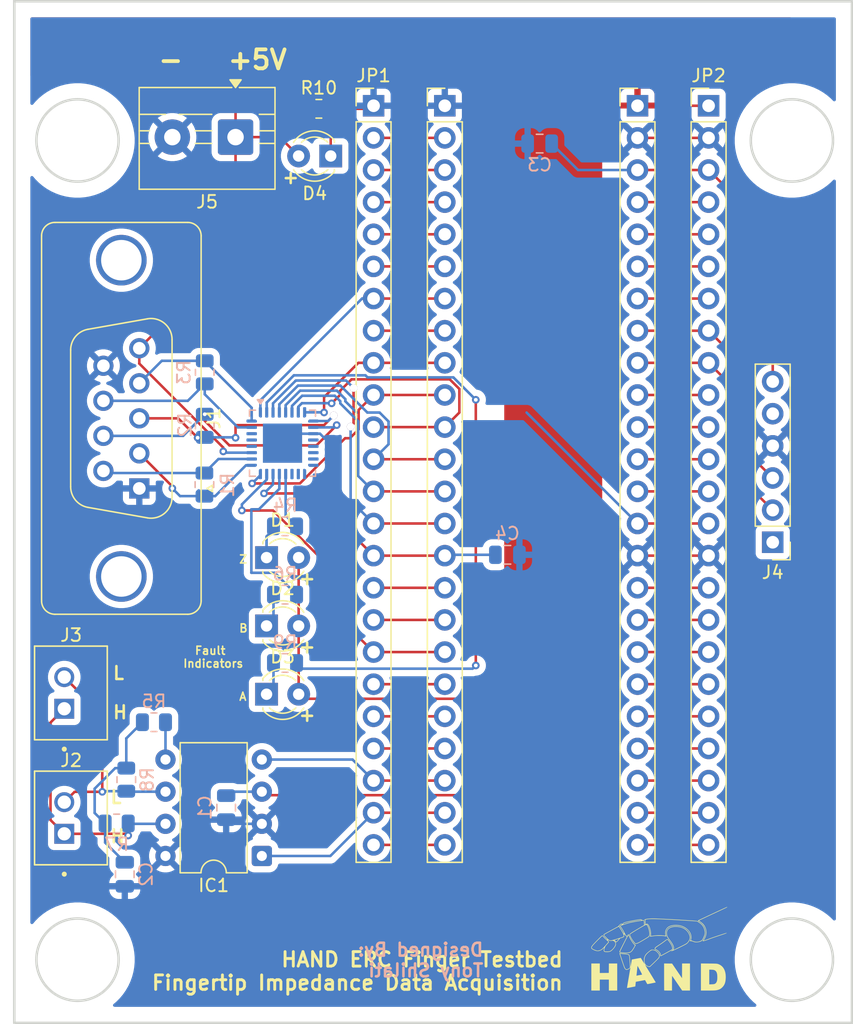
<source format=kicad_pcb>
(kicad_pcb (version 20241229) (generator "pcbnew") (generator_version "9.0")
  (layers (0 "F.Cu" signal) (2 "B.Cu" signal) (13 "F.Paste" user) (15 "B.Paste" user) (5 "F.SilkS" user "F.Silkscreen") (7 "B.SilkS" user "B.Silkscreen") (1 "F.Mask" user) (3 "B.Mask" user) (25 "Edge.Cuts" user))
  (net 0 "")
  (net 1 "GND")
  (net 2 "Net-(D1-K)")
  (net 3 "Net-(D2-K)")
  (net 4 "Net-(D3-K)")
  (net 5 "Net-(U1-A)")
  (net 6 "Net-(U1-~{B})")
  (net 7 "Net-(U1-~{A})")
  (net 8 "Net-(U1-Z)")
  (net 9 "Net-(U1-B)")
  (net 10 "Net-(U1-~{Z})")
  (net 11 "+5V")
  (net 12 "SDA")
  (net 13 "SCL")
  (net 14 "/3v3")
  (net 15 "Net-(U$1-P29{slash}PWM{slash}TX7)")
  (net 16 "SDI")
  (net 17 "Net-(U$1-P28{slash}PWM{slash}RX7)")
  (net 18 "Net-(U$1-P32{slash}OUT1B)")
  (net 19 "AO")
  (net 20 "ZO")
  (net 21 "CS")
  (net 22 "SPI")
  (net 23 "SDO")
  (net 24 "Net-(U$1-P27{slash}SCK1{slash}A13)")
  (net 25 "BO")
  (net 26 "Net-(U$1-TX8{slash}P35)")
  (net 27 "Net-(U$1-CS{slash}PWM{slash}P36)")
  (net 28 "Net-(U$1-BLCK1{slash}RX5{slash}A7{slash}P21)")
  (net 29 "Net-(U$1-SDA1{slash}TX4{slash}A3{slash}P17)")
  (net 30 "Net-(U$1-MCLK2{slash}PWM{slash}P33)")
  (net 31 "Net-(U$1-A17{slash}P41)")
  (net 32 "Net-(U$1-PWM{slash}CTX1{slash}A8{slash}P22)")
  (net 33 "Net-(U$1-IN1{slash}CS1{slash}A14{slash}P38)")
  (net 34 "Net-(U$1-A16{slash}P40)")
  (net 35 "Net-(U$1-OUT1A{slash}MISO1{slash}A15{slash}P39)")
  (net 36 "Net-(U$1-LRCLK1{slash}TX5{slash}A6{slash}P20)")
  (net 37 "Net-(U$1-RX8{slash}P34)")
  (net 38 "CLK")
  (net 39 "Net-(U$1-PWM{slash}MCLK1{slash}CRX1{slash}A9{slash}P23)")
  (net 40 "Net-(U$1-PWM{slash}S{slash}PDIF-IN{slash}RX3{slash}A1{slash}P15)")
  (net 41 "Net-(U$1-CS{slash}PWM{slash}P37)")
  (net 42 "Encoder Fault")
  (net 44 "/CANL3")
  (net 45 "/CANH3")
  (net 46 "Net-(U1-~{ZFAULT})")
  (net 47 "Net-(U1-~{BFAULT})")
  (net 48 "Net-(U1-~{AFAULT})")
  (net 49 "/CTX2")
  (net 50 "/CRX2")
  (net 51 "/CRX3")
  (net 52 "/CTX3")
  (net 53 "Net-(U$1-P2{slash}PWM{slash}OUT2)")
  (net 54 "Net-(U$1-P3{slash}PWM{slash}LRCLK2)")
  (net 55 "Net-(U$1-P4{slash}PWM{slash}BCLK2)")
  (net 56 "Net-(U$1-P24{slash}PWM{slash}SCL2{slash}TX6{slash}A10)")
  (net 57 "Net-(U$1-PWM{slash}S{slash}PDIF-OUT{slash}TX3{slash}A0{slash}P14)")
  (net 58 "Net-(C2-Pad2)")
  (net 59 "Net-(IC1-SPLIT)")
  (net 62 "Net-(D4-K)")
  (net 63 "Net-(U$1-SCL1{slash}RX4{slash}A2{slash}P16)")
  (net 64 "Net-(U$1-P25{slash}PWM{slash}SDA2{slash}RX6{slash}A11)")
  (net 65 "Net-(U$1-P6{slash}PWM{slash}OUT1D)")
  (footprint "Resistor_SMD:R_0805_2012Metric" (layer "F.Cu") (at 154.5875 53)
    (property "Reference" "R10")
    (property "Value" "150R")
  )
  (footprint "Connector_PinHeader_2.54mm:PinHeader_1x06_P2.54mm_Vertical" (layer "F.Cu") (at 190.483771 89.029001 180)
    (property "Reference" "J4")
    (property "Value" "Conn_01x06")
  )
  (footprint "Connector_Dsub:DSUB-9_Socket_Vertical_P2.77x2.84mm_MountingHoles" (layer "F.Cu") (at 138.51752 77.465021 -90)
    (property "Reference" "J1")
    (property "Value" "DE9_Socket")
  )
  (footprint "Package_DIP:DIP-8_W7.62mm" (layer "F.Cu") (at 150.0783 112.054127 180)
    (property "Reference" "IC1")
    (property "Value" "MCP2561-H_P")
  )
  (footprint "BoardToCable_2PinMale:JST_B2B-XH-A" (layer "F.Cu") (at 134.9783 99.169127 -90)
    (property "Reference" "J3")
    (property "Value" "B2B-XH-A")
  )
  (footprint "Connector_PinHeader_2.54mm:PinHeader_1x24_P2.54mm_Vertical" (layer "F.Cu") (at 158.925663 50.977632)
    (property "Reference" "JP1")
    (property "Value" "PINHD-1X24")
  )
  (footprint "LED_THT:LED_D3.0mm" (layer "F.Cu") (at 155.526326 56.729615 180)
    (property "Reference" "D4")
    (property "Value" "LED")
  )
  (footprint "TerminalBlock:TerminalBlock_MaiXu_MX126-5.0-02P_1x02_P5.00mm" (layer "F.Cu") (at 147.999999 55.237433 180)
    (property "Reference" "J5")
    (property "Value" "Screw_Terminal_01x02")
  )
  (footprint "LED_THT:LED_D3.0mm" (layer "F.Cu") (at 150.450996 88.471292)
    (property "Reference" "D1")
    (property "Value" "LED")
  )
  (footprint "LED_THT:LED_D3.0mm" (layer "F.Cu") (at 150.450996 93.871292)
    (property "Reference" "D2")
    (property "Value" "LED")
  )
  (footprint "Teensy4.1:HAND_Logo" (layer "F.Cu") (at 181.5 119.5)
    (property "Reference" "G***" (hide yes))
    (property "Value" "LOGO" (hide yes))
  )
  (footprint "Connector_PinHeader_2.54mm:PinHeader_1x24_P2.54mm_Vertical" (layer "F.Cu") (at 185.412783 50.977632)
    (property "Reference" "JP2")
    (property "Value" "PINHD-1X24")
  )
  (footprint "BoardToCable_2PinMale:JST_B2B-XH-A" (layer "F.Cu") (at 134.9783 109.051627 -90)
    (property "Reference" "J2")
    (property "Value" "B2B-XH-A")
  )
  (footprint "Teensy4.1:Teensy 4.1" (layer "F.Cu") (at 172.169223 50.977632)
    (property "Reference" "U$1" (hide yes))
    (property "Value" "TEENSY4-1" (hide yes))
  )
  (footprint "LED_THT:LED_D3.0mm" (layer "F.Cu") (at 150.450996 99.271292)
    (property "Reference" "D3")
    (property "Value" "LED")
  )
  (footprint "Resistor_SMD:R_0805_2012Metric" (layer "B.Cu") (at 151.9125 91.4 180)
    (property "Reference" "R6")
    (property "Value" "150R")
  )
  (footprint "Capacitor_SMD:C_0805_2012Metric" (layer "B.Cu") (at 139.239618 113.500424 90)
    (property "Reference" "C2")
    (property "Value" "4700pF")
  )
  (footprint "Capacitor_SMD:C_0805_2012Metric" (layer "B.Cu") (at 147.2583 108.234127 -90)
    (property "Reference" "C1")
    (property "Value" "0.1uF")
  )
  (footprint "Resistor_SMD:R_0805_2012Metric" (layer "B.Cu") (at 139.3583 106.021627 90)
    (property "Reference" "R8")
    (property "Value" "60Ohm")
  )
  (footprint "Capacitor_SMD:C_0805_2012Metric" (layer "B.Cu") (at 169.5 88.25 180)
    (property "Reference" "C4")
    (property "Value" "3.3uF")
  )
  (footprint "Capacitor_SMD:C_0805_2012Metric" (layer "B.Cu") (at 172.05 55.75)
    (property "Reference" "C3")
    (property "Value" "3.3uF")
  )
  (footprint "Resistor_SMD:R_0805_2012Metric" (layer "B.Cu") (at 151.9125 96.8 180)
    (property "Reference" "R9")
    (property "Value" "150R")
  )
  (footprint "Resistor_SMD:R_0805_2012Metric" (layer "B.Cu") (at 145.562635 78.053925 90)
    (property "Reference" "R2")
    (property "Value" "120R")
  )
  (footprint "Resistor_SMD:R_0805_2012Metric" (layer "B.Cu") (at 151.9125 86 180)
    (property "Reference" "R4")
    (property "Value" "150R")
  )
  (footprint "Resistor_SMD:R_0805_2012Metric" (layer "B.Cu") (at 141.5458 101.484127 180)
    (property "Reference" "R5")
    (property "Value" "300Ohm")
  )
  (footprint "Resistor_SMD:R_0805_2012Metric" (layer "B.Cu") (at 145.53738 82.699806 -90)
    (property "Reference" "R1")
    (property "Value" "120R")
  )
  (footprint "Resistor_SMD:R_0805_2012Metric" (layer "B.Cu") (at 138.5958 109.484127)
    (property "Reference" "R7")
    (property "Value" "60Ohm")
  )
  (footprint "Package_DFN_QFN:TQFN-32-1EP_5x5mm_P0.5mm_EP3.1x3.1mm" (layer "B.Cu") (at 151.712927 79.428453 -90)
    (property "Reference" "U1" (hide yes))
    (property "Value" "~" (hide yes))
  )
  (footprint "Resistor_SMD:R_0805_2012Metric" (layer "B.Cu") (at 145.562635 73.828925 -90)
    (property "Reference" "R3")
    (property "Value" "120R")
  )
  (gr_circle (center 192 55.5012) (end 195.2512 55.5012) (stroke (width 0.2)) (fill no) (layer "Edge.Cuts"))
  (gr_circle (center 135.5 120.2488) (end 138.7512 120.2488) (stroke (width 0.2)) (fill no) (layer "Edge.Cuts"))
  (gr_rect (start 130.5 44.5) (end 196.75 125.25) (stroke (width 0.2)) (fill no) (layer "Edge.Cuts"))
  (gr_circle (center 192 120.2488) (end 195.2512 120.2488) (stroke (width 0.2)) (fill no) (layer "Edge.Cuts"))
  (gr_circle (center 135.5 55.5012) (end 138.7512 55.5012) (stroke (width 0.2)) (fill no) (layer "Edge.Cuts"))
  (gr_text "H" (at 138 111.1 0) (layer "F.SilkS") (effects (font (size 1.016 1.016) (thickness 0.2032) (bold yes)) (justify left bottom)))
  (gr_text "Z" (at 148.220296 88.978816 0) (layer "F.SilkS") (effects (font (size 0.635 0.635) (thickness 0.127) (bold yes)) (justify left bottom)))
  (gr_text "H" (at 138.2 101.3 0) (layer "F.SilkS") (effects (font (size 1.016 1.016) (thickness 0.2032) (bold yes)) (justify left bottom)))
  (gr_text "HAND ERC Finger Testbed\nFingertip Impedance Data Acquisition" (at 174 122.75 0) (layer "F.SilkS") (effects (font (size 1.143 1.143) (thickness 0.2286) (bold yes)) (justify right bottom)))
  (gr_text "+" (at 152.9 90.7 0) (layer "F.SilkS") (effects (font (size 1.016 1.016) (thickness 0.2032) (bold yes)) (justify left bottom)))
  (gr_text "+" (at 152.9 96.1 0) (layer "F.SilkS") (effects (font (size 1.016 1.016) (thickness 0.2032) (bold yes)) (justify left bottom)))
  (gr_text "-" (at 141.75 50 0) (layer "F.SilkS") (effects (font (size 1.5 1.5) (thickness 0.3) (bold yes)) (justify left bottom)))
  (gr_text "B" (at 148.220296 94.428816 0) (layer "F.SilkS") (effects (font (size 0.635 0.635) (thickness 0.127) (bold yes)) (justify left bottom)))
  (gr_text "+5V" (at 147.25 50 0) (layer "F.SilkS") (effects (font (size 1.5 1.5) (thickness 0.3) (bold yes)) (justify left bottom)))
  (gr_text "+" (at 151.6 59 0) (layer "F.SilkS") (effects (font (size 1.016 1.016) (thickness 0.2032) (bold yes)) (justify left bottom)))
  (gr_text "A" (at 148.220296 99.828816 0) (layer "F.SilkS") (effects (font (size 0.635 0.635) (thickness 0.127) (bold yes)) (justify left bottom)))
  (gr_text "L" (at 138 108 0) (layer "F.SilkS") (effects (font (size 1.016 1.016) (thickness 0.2032) (bold yes)) (justify left bottom)))
  (gr_text "+" (at 152.9 101.5 0) (layer "F.SilkS") (effects (font (size 1.016 1.016) (thickness 0.2032) (bold yes)) (justify left bottom)))
  (gr_text "Fault \nIndicators" (at 146.237219 97.216212 0) (layer "F.SilkS") (effects (font (size 0.635 0.635) (thickness 0.127) (bold yes)) (justify bottom)))
  (gr_text "L" (at 138.2 98.2 0) (layer "F.SilkS") (effects (font (size 1.016 1.016) (thickness 0.2032) (bold yes)) (justify left bottom)))
  (gr_text "Designed By:\nTony Shilati" (at 167.7 121.7 0) (layer "B.SilkS") (effects (font (size 1.016 1.016) (thickness 0.2032) (bold yes)) (justify left bottom mirror)))
  (segment (start 145.1 85.970579) (end 145.1 86) (width 0.2) (layer "F.Cu") (net 0))
  (segment (start 158.673295 53) (end 158.915663 52.757632) (width 0.2) (layer "F.Cu") (net 1))
  (segment (start 155.5 53) (end 158.673295 53) (width 0.2) (layer "F.Cu") (net 1))
  (segment (start 179.789223 55.297632) (end 185.412783 55.297632) (width 0.2) (layer "F.Cu") (net 1))
  (segment (start 158.915663 52.757632) (end 164.549223 52.757632) (width 0.2) (layer "F.Cu") (net 1))
  (segment (start 179.789223 88.317632) (end 185.412783 88.317632) (width 0.2) (layer "F.Cu") (net 1))
  (segment (start 147.2583 109.184127) (end 146.815873 109.184127) (width 0.2) (layer "B.Cu") (net 1))
  (segment (start 151.712927 79.428453) (end 151.712927 79.487073) (width 0.2) (layer "B.Cu") (net 1))
  (segment (start 147.5883 109.514127) (end 147.2583 109.184127) (width 0.2) (layer "B.Cu") (net 1))
  (segment (start 152.462927 78.678453) (end 154.150427 78.678453) (width 0.2) (layer "B.Cu") (net 1))
  (segment (start 150.0783 109.514127) (end 147.5883 109.514127) (width 0.2) (layer "B.Cu") (net 1))
  (segment (start 154.150427 78.678453) (end 154.678453 78.678453) (width 0.2) (layer "B.Cu") (net 1))
  (segment (start 179.721591 88.25) (end 179.789223 88.317632) (width 0.2) (layer "B.Cu") (net 1))
  (segment (start 151.712927 79.428453) (end 152.462927 78.678453) (width 0.2) (layer "B.Cu") (net 1))
  (segment (start 154.678453 78.678453) (end 155.25 79.25) (width 0.2) (layer "B.Cu") (net 1))
  (segment (start 151.712927 79.487073) (end 150.7 80.5) (width 0.2) (layer "B.Cu") (net 1))
  (segment (start 150.450996 86.799004) (end 150.450996 88.471292) (width 0.2) (layer "B.Cu") (net 2))
  (segment (start 151 86) (end 151 86.25) (width 0.2) (layer "B.Cu") (net 2))
  (segment (start 151 86.25) (end 150.450996 86.799004) (width 0.2) (layer "B.Cu") (net 2))
  (segment (start 151 93.322288) (end 150.450996 93.871292) (width 0.2) (layer "B.Cu") (net 3))
  (segment (start 151 91.4) (end 151 93.322288) (width 0.2) (layer "B.Cu") (net 3))
  (segment (start 151 96.8) (end 151 98.722288) (width 0.2) (layer "B.Cu") (net 4))
  (segment (start 151 98.722288) (end 150.450996 99.271292) (width 0.2) (layer "B.Cu") (net 4))
  (segment (start 149.275427 76.629217) (end 145.562635 72.916425) (width 0.2) (layer "B.Cu") (net 5))
  (segment (start 145.562635 72.916425) (end 142.166116 72.916425) (width 0.2) (layer "B.Cu") (net 5))
  (segment (start 149.275427 77.678453) (end 149.275427 76.629217) (width 0.2) (layer "B.Cu") (net 5))
  (segment (start 142.166116 72.916425) (end 140.38752 74.695021) (width 0.2) (layer "B.Cu") (net 5))
  (segment (start 145.562635 77.141425) (end 145.562635 77.653925) (width 0.2) (layer "F.Cu") (net 6))
  (segment (start 147.50971 79.601) (end 154.399 79.601) (width 0.2) (layer "F.Cu") (net 6))
  (segment (start 145.562635 77.653925) (end 147.50971 79.601) (width 0.2) (layer "F.Cu") (net 6))
  (segment (start 154.399 79.601) (end 156 78) (width 0.2) (layer "F.Cu") (net 6))
  (via (at 156 78) (size 0.6) (drill 0.3) (layers "F.Cu" "B.Cu") (net 6))
  (via (at 145.562635 77.141425) (size 0.6) (drill 0.3) (layers "F.Cu" "B.Cu") (net 6))
  (segment (start 145.562635 77.141425) (end 143.854039 78.850021) (width 0.2) (layer "B.Cu") (net 6))
  (segment (start 156 78) (end 155.821547 78.178453) (width 0.2) (layer "B.Cu") (net 6))
  (segment (start 143.854039 78.850021) (end 137.54752 78.850021) (width 0.2) (layer "B.Cu") (net 6))
  (segment (start 145.562635 77.141425) (end 145.70406 77) (width 0.2) (layer "B.Cu") (net 6))
  (segment (start 155.821547 78.178453) (end 154.150427 78.178453) (width 0.2) (layer "B.Cu") (net 6))
  (segment (start 145.562635 74.741425) (end 144.224039 76.080021) (width 0.2) (layer "B.Cu") (net 7))
  (segment (start 145.562635 75.562635) (end 145.562635 74.741425) (width 0.2) (layer "B.Cu") (net 7))
  (segment (start 144.224039 76.080021) (end 137.54752 76.080021) (width 0.2) (layer "B.Cu") (net 7))
  (segment (start 148.178453 78.178453) (end 145.562635 75.562635) (width 0.2) (layer "B.Cu") (net 7))
  (segment (start 149.275427 78.178453) (end 148.178453 78.178453) (width 0.2) (layer "B.Cu") (net 7))
  (segment (start 143 83) (end 143 82.847501) (width 0.2) (layer "F.Cu") (net 8))
  (segment (start 143 82.847501) (end 140.38752 80.235021) (width 0.2) (layer "F.Cu") (net 8))
  (via (at 143 83) (size 0.6) (drill 0.3) (layers "F.Cu" "B.Cu") (net 8))
  (segment (start 148.821547 81.178453) (end 149.275427 81.178453) (width 0.2) (layer "B.Cu") (net 8))
  (segment (start 143.612306 83.612306) (end 143 83) (width 0.2) (layer "B.Cu") (net 8))
  (segment (start 145.53738 83.612306) (end 146.387694 83.612306) (width 0.2) (layer "B.Cu") (net 8))
  (segment (start 145.53738 83.612306) (end 145.078805 83.153731) (width 0.2) (layer "B.Cu") (net 8))
  (segment (start 145.53738 83.612306) (end 143.612306 83.612306) (width 0.2) (layer "B.Cu") (net 8))
  (segment (start 146.387694 83.612306) (end 148.821547 81.178453) (width 0.2) (layer "B.Cu") (net 8))
  (segment (start 145.174408 83.975278) (end 145.53738 83.612306) (width 0.2) (layer "B.Cu") (net 8))
  (segment (start 143.465021 77.465021) (end 140.38752 77.465021) (width 0.2) (layer "F.Cu") (net 9))
  (segment (start 155 78) (end 155.764577 77.235423) (width 0.2) (layer "F.Cu") (net 9))
  (segment (start 155.764577 77.235423) (end 155.764577 77.235422) (width 0.2) (layer "F.Cu") (net 9))
  (segment (start 148 78) (end 148 79) (width 0.2) (layer "F.Cu") (net 9))
  (segment (start 145 79) (end 143.465021 77.465021) (width 0.2) (layer "F.Cu") (net 9))
  (segment (start 155 78) (end 148 78) (width 0.2) (layer "F.Cu") (net 9))
  (via (at 145 79) (size 0.6) (drill 0.3) (layers "F.Cu" "B.Cu") (net 9))
  (via (at 155.764577 77.235422) (size 0.6) (drill 0.6) (layers "F.Cu" "B.Cu") (net 9))
  (via (at 148 79) (size 0.6) (drill 0.3) (layers "F.Cu" "B.Cu") (net 9))
  (segment (start 145.033575 78.966425) (end 145 79) (width 0.2) (layer "B.Cu") (net 9))
  (segment (start 155.764577 77.235422) (end 155.321547 77.678453) (width 0.2) (layer "B.Cu") (net 9))
  (segment (start 147.966425 78.966425) (end 145.562635 78.966425) (width 0.2) (layer "B.Cu") (net 9))
  (segment (start 154.150427 77.678453) (end 155.321547 77.678453) (width 0.2) (layer "B.Cu") (net 9))
  (segment (start 148 79) (end 147.966425 78.966425) (width 0.2) (layer "B.Cu") (net 9))
  (segment (start 145.562635 78.966425) (end 145.033575 78.966425) (width 0.2) (layer "B.Cu") (net 9))
  (segment (start 146.646233 80.678453) (end 149.275427 80.678453) (width 0.2) (layer "B.Cu") (net 10))
  (segment (start 145.53738 81.787306) (end 146.646233 80.678453) (width 0.2) (layer "B.Cu") (net 10))
  (segment (start 145.53738 81.787306) (end 137.714805 81.787306) (width 0.2) (layer "B.Cu") (net 10))
  (segment (start 137.714805 81.787306) (end 137.54752 81.620021) (width 0.2) (layer "B.Cu") (net 10))
  (segment (start 152.990996 99.271292) (end 153.348336 99.628632) (width 0.2) (layer "F.Cu") (net 11))
  (segment (start 153.348336 99.628632) (end 169.621368 99.628632) (width 0.2) (layer "F.Cu") (net 11))
  (segment (start 147.999999 55.237433) (end 147.999999 64.312542) (width 0.2) (layer "F.Cu") (net 11))
  (segment (start 152.990996 93.871292) (end 152.990996 88.471292) (width 0.2) (layer "F.Cu") (net 11))
  (segment (start 150.354173 107.25) (end 169.5 107.25) (width 0.2) (layer "F.Cu") (net 11))
  (segment (start 179.789223 52.757632) (end 185.412783 52.757632) (width 0.2) (layer "F.Cu") (net 11))
  (segment (start 151.494144 55.237433) (end 152.986326 56.729615) (width 0.2) (layer "F.Cu") (net 11))
  (segment (start 147.999999 55.237433) (end 151.494144 55.237433) (width 0.2) (layer "F.Cu") (net 11))
  (segment (start 140.38752 73.137971) (end 140.38752 71.925021) (width 0.2) (layer "F.Cu") (net 11))
  (segment (start 147.999999 55.237433) (end 148 49.25) (width 0.2) (layer "F.Cu") (net 11))
  (segment (start 150.0783 106.974127) (end 150.354173 107.25) (width 0.2) (layer "F.Cu") (net 11))
  (segment (start 147.999999 64.312542) (end 140.38752 71.925021) (width 0.2) (layer "F.Cu") (net 11))
  (segment (start 147.028252 80.078453) (end 147.028252 79.778703) (width 0.2) (layer "F.Cu") (net 11))
  (segment (start 147.028252 79.778703) (end 140.38752 73.137971) (width 0.2) (layer "F.Cu") (net 11))
  (segment (start 152.990996 99.271292) (end 152.990996 93.871292) (width 0.2) (layer "F.Cu") (net 11))
  (via (at 147.028252 80.078453) (size 0.6) (drill 0.3) (layers "F.Cu" "B.Cu") (net 11))
  (segment (start 150.0783 106.974127) (end 147.5683 106.974127) (width 0.2) (layer "B.Cu") (net 11))
  (segment (start 147.5683 106.974127) (end 147.2583 107.284127) (width 0.2) (layer "B.Cu") (net 11))
  (segment (start 147.128252 80.178453) (end 147.028252 80.078453) (width 0.2) (layer "B.Cu") (net 11))
  (segment (start 149.275427 80.178453) (end 147.128252 80.178453) (width 0.2) (layer "B.Cu") (net 11))
  (segment (start 187.497367 75.162216) (end 185.412783 73.077632) (width 0.2) (layer "F.Cu") (net 12))
  (segment (start 179.789223 73.077632) (end 185.412783 73.077632) (width 0.2) (layer "F.Cu") (net 12))
  (segment (start 187.497367 81.732597) (end 187.497367 75.162216) (width 0.2) (layer "F.Cu") (net 12))
  (segment (start 190.483771 84.719001) (end 187.497367 81.732597) (width 0.2) (layer "F.Cu") (net 12))
  (segment (start 190.483771 82.179001) (end 188.497367 80.192597) (width 0.2) (layer "F.Cu") (net 13))
  (segment (start 179.789223 70.537632) (end 185.412783 70.537632) (width 0.2) (layer "F.Cu") (net 13))
  (segment (start 188.497367 80.192597) (end 188.497367 73.622216) (width 0.2) (layer "F.Cu") (net 13))
  (segment (start 188.497367 73.622216) (end 185.412783 70.537632) (width 0.2) (layer "F.Cu") (net 13))
  (segment (start 150.25 83.4) (end 153.998031 83.4) (width 0.2) (layer "F.Cu") (net 14))
  (segment (start 185.412783 57.837632) (end 190.483771 62.90862) (width 0.2) (layer "F.Cu") (net 14))
  (segment (start 190.483771 62.90862) (end 190.483771 74.559001) (width 0.2) (layer "F.Cu") (net 14))
  (segment (start 158.915663 88.317632) (end 164.549223 88.317632) (width 0.2) (layer "F.Cu") (net 14))
  (segment (start 153.998031 83.4) (end 158.915663 88.317632) (width 0.2) (layer "F.Cu") (net 14))
  (segment (start 179.789223 57.837632) (end 185.412783 57.837632) (width 0.2) (layer "F.Cu") (net 14))
  (via (at 150.25 83.4) (size 0.6) (drill 0.3) (layers "F.Cu" "B.Cu") (net 14))
  (segment (start 175.087632 57.837632) (end 179.789223 57.837632) (width 0.2) (layer "B.Cu") (net 14))
  (segment (start 173 55.75) (end 175.087632 57.837632) (width 0.2) (layer "B.Cu") (net 14))
  (segment (start 150.962927 81.865953) (end 150.962927 82.687073) (width 0.2) (layer "B.Cu") (net 14))
  (segment (start 150.962927 82.687073) (end 150.25 83.4) (width 0.2) (layer "B.Cu") (net 14))
  (segment (start 164.616855 88.25) (end 164.549223 88.317632) (width 0.2) (layer "B.Cu") (net 14))
  (segment (start 168.55 88.25) (end 164.616855 88.25) (width 0.2) (layer "B.Cu") (net 14))
  (segment (start 158.915663 103.557632) (end 164.549223 103.557632) (width 0.2) (layer "F.Cu") (net 15))
  (segment (start 158.915663 83.237632) (end 164.549223 83.237632) (width 0.2) (layer "F.Cu") (net 16))
  (segment (start 152.462927 76.990953) (end 152.462927 76.483681) (width 0.2) (layer "B.Cu") (net 16))
  (segment (start 153.26782 75.678788) (end 155.848943 75.678788) (width 0.2) (layer "B.Cu") (net 16))
  (segment (start 157.7 82.021969) (end 158.915663 83.237632) (width 0.2) (layer "B.Cu") (net 16))
  (segment (start 156.28255 76.28255) (end 157.7 77.7) (width 0.2) (layer "B.Cu") (net 16))
  (segment (start 156.28255 76.112395) (end 156.28255 76.28255) (width 0.2) (layer "B.Cu") (net 16))
  (segment (start 152.462927 76.483681) (end 153.26782 75.678788) (width 0.2) (layer "B.Cu") (net 16))
  (segment (start 157.7 77.7) (end 157.7 82.021969) (width 0.2) (layer "B.Cu") (net 16))
  (segment (start 155.848943 75.678788) (end 156.28255 76.112395) (width 0.2) (layer "B.Cu") (net 16))
  (segment (start 158.915663 101.017632) (end 164.549223 101.017632) (width 0.2) (layer "F.Cu") (net 17))
  (segment (start 158.915663 111.177632) (end 164.549223 111.177632) (width 0.2) (layer "F.Cu") (net 18))
  (segment (start 158.915663 67.997632) (end 164.549223 67.997632) (width 0.2) (layer "F.Cu") (net 19))
  (segment (start 158.002368 67.997632) (end 158.915663 67.997632) (width 0.2) (layer "B.Cu") (net 19))
  (segment (start 149.962927 76.990953) (end 149.962927 76.037073) (width 0.2) (layer "B.Cu") (net 19))
  (segment (start 149.962927 76.037073) (end 158.002368 67.997632) (width 0.2) (layer "B.Cu") (net 19))
  (segment (start 157.734703 78.339505) (end 157.734703 76.798592) (width 0.2) (layer "F.Cu") (net 20))
  (segment (start 157.037364 79.036844) (end 157.734703 78.339505) (width 0.2) (layer "F.Cu") (net 20))
  (segment (start 153.089739 82.610261) (end 149.310261 82.610261) (width 0.2) (layer "F.Cu") (net 20))
  (segment (start 158.915663 75.617632) (end 164.549223 75.617632) (width 0.2) (layer "F.Cu") (net 20))
  (segment (start 156.663156 79.036844) (end 157.037364 79.036844) (width 0.2) (layer "F.Cu") (net 20))
  (segment (start 156.663156 79.036844) (end 153.089739 82.610261) (width 0.2) (layer "F.Cu") (net 20))
  (segment (start 157.734703 76.798592) (end 158.915663 75.617632) (width 0.2) (layer "F.Cu") (net 20))
  (via (at 149.310261 82.610261) (size 0.6) (drill 0.3) (layers "F.Cu" "B.Cu") (net 20))
  (segment (start 149.962927 81.865953) (end 149.962927 81.957595) (width 0.2) (layer "B.Cu") (net 20))
  (segment (start 149.962927 81.957595) (end 149.310261 82.610261) (width 0.2) (layer "B.Cu") (net 20))
  (segment (start 158.915663 80.697632) (end 164.549223 80.697632) (width 0.2) (layer "F.Cu") (net 21))
  (segment (start 160.1 77.714209) (end 160.1 79.513295) (width 0.2) (layer "B.Cu") (net 21))
  (segment (start 152.93562 74.876788) (end 156.292418 74.876788) (width 0.2) (layer "B.Cu") (net 21))
  (segment (start 160.1 79.513295) (end 158.915663 80.697632) (width 0.2) (layer "B.Cu") (net 21))
  (segment (start 156.292418 74.876788) (end 158.422262 77.006632) (width 0.2) (layer "B.Cu") (net 21))
  (segment (start 151.462927 76.990953) (end 151.462927 76.349481) (width 0.2) (layer "B.Cu") (net 21))
  (segment (start 159.392423 77.006632) (end 160.1 77.714209) (width 0.2) (layer "B.Cu") (net 21))
  (segment (start 151.462927 76.349481) (end 152.93562 74.876788) (width 0.2) (layer "B.Cu") (net 21))
  (segment (start 158.422262 77.006632) (end 159.392423 77.006632) (width 0.2) (layer "B.Cu") (net 21))
  (segment (start 158.915663 95.937632) (end 164.549223 95.937632) (width 0.2) (layer "F.Cu") (net 22))
  (segment (start 148.5 84.75) (end 150.968175 84.75) (width 0.2) (layer "F.Cu") (net 22))
  (segment (start 157.25 94.271969) (end 158.915663 95.937632) (width 0.2) (layer "F.Cu") (net 22))
  (segment (start 150.968175 84.75) (end 157.25 91.031825) (width 0.2) (layer "F.Cu") (net 22))
  (segment (start 157.25 91.031825) (end 157.25 94.271969) (width 0.2) (layer "F.Cu") (net 22))
  (via (at 148.5 84.75) (size 0.6) (drill 0.3) (layers "F.Cu" "B.Cu") (net 22))
  (segment (start 150.462927 81.865953) (end 150.462927 82.306125) (width 0.2) (layer "B.Cu") (net 22))
  (segment (start 150.462927 82.306125) (end 148.5 84.269052) (width 0.2) (layer "B.Cu") (net 22))
  (segment (start 148.5 84.269052) (end 148.5 84.75) (width 0.2) (layer "B.Cu") (net 22))
  (segment (start 157.333703 77.890562) (end 157.1 78.124265) (width 0.2) (layer "F.Cu") (net 23))
  (segment (start 157.333703 75.069546) (end 157.333703 77.890562) (width 0.2) (layer "F.Cu") (net 23))
  (segment (start 158.915663 85.777632) (end 164.549223 85.777632) (width 0.2) (layer "F.Cu") (net 23))
  (via (at 157.1 78.124265) (size 0.6) (drill 0.6) (layers "F.Cu" "B.Cu") (net 23))
  (via (at 157.333703 75.069546) (size 0.6) (drill 0.6) (layers "F.Cu" "B.Cu") (net 23))
  (segment (start 152.722654 74.522654) (end 152.745308 74.5) (width 0.2) (layer "B.Cu") (net 23))
  (segment (start 157.1 78.124265) (end 157.1 83.961969) (width 0.2) (layer "B.Cu") (net 23))
  (segment (start 150.962927 76.990953) (end 150.962927 76.282381) (width 0.2) (layer "B.Cu") (net 23))
  (segment (start 157.1 83.961969) (end 158.915663 85.777632) (width 0.2) (layer "B.Cu") (net 23))
  (segment (start 152.745308 74.5) (end 152.76952 74.475788) (width 0.2) (layer "B.Cu") (net 23))
  (segment (start 152.76952 74.475788) (end 156.739945 74.475788) (width 0.2) (layer "B.Cu") (net 23))
  (segment (start 156.739945 74.475788) (end 157.333703 75.069546) (width 0.2) (layer "B.Cu") (net 23))
  (segment (start 150.962927 76.282381) (end 152.722654 74.522654) (width 0.2) (layer "B.Cu") (net 23))
  (segment (start 158.915663 98.477632) (end 164.549223 98.477632) (width 0.2) (layer "F.Cu") (net 24))
  (segment (start 155 77) (end 155 75.791214) (width 0.2) (layer "F.Cu") (net 25))
  (segment (start 157.713582 73.077632) (end 158.915663 73.077632) (width 0.2) (layer "F.Cu") (net 25))
  (segment (start 155 75.791214) (end 157.713582 73.077632) (width 0.2) (layer "F.Cu") (net 25))
  (segment (start 158.915663 73.077632) (end 164.549223 73.077632) (width 0.2) (layer "F.Cu") (net 25))
  (via (at 155 77) (size 0.6) (drill 0.3) (layers "F.Cu" "B.Cu") (net 25))
  (segment (start 153.462927 76.990953) (end 154.990953 76.990953) (width 0.2) (layer "B.Cu") (net 25))
  (segment (start 154.990953 76.990953) (end 155 77) (width 0.2) (layer "B.Cu") (net 25))
  (segment (start 179.789223 106.097632) (end 185.412783 106.097632) (width 0.2) (layer "F.Cu") (net 26))
  (segment (start 179.789223 103.557632) (end 185.412783 103.557632) (width 0.2) (layer "F.Cu") (net 27))
  (segment (start 179.789223 65.457632) (end 185.412783 65.457632) (width 0.2) (layer "F.Cu") (net 28))
  (segment (start 179.789223 75.617632) (end 185.412783 75.617632) (width 0.2) (layer "F.Cu") (net 29))
  (segment (start 179.789223 111.177632) (end 185.412783 111.177632) (width 0.2) (layer "F.Cu") (net 30))
  (segment (start 179.789223 90.857632) (end 185.412783 90.857632) (width 0.2) (layer "F.Cu") (net 31))
  (segment (start 179.789223 62.917632) (end 185.412783 62.917632) (width 0.2) (layer "F.Cu") (net 32))
  (segment (start 179.789223 98.477632) (end 185.412783 98.477632) (width 0.2) (layer "F.Cu") (net 33))
  (segment (start 179.789223 93.397632) (end 185.412783 93.397632) (width 0.2) (layer "F.Cu") (net 34))
  (segment (start 179.789223 95.937632) (end 185.412783 95.937632) (width 0.2) (layer "F.Cu") (net 35))
  (segment (start 179.789223 67.997632) (end 185.412783 67.997632) (width 0.2) (layer "F.Cu") (net 36))
  (segment (start 179.789223 108.637632) (end 185.412783 108.637632) (width 0.2) (layer "F.Cu") (net 37))
  (segment (start 179.789223 85.777632) (end 185.412783 85.777632) (width 0.2) (layer "F.Cu") (net 38))
  (segment (start 151.962927 76.990953) (end 151.962927 76.416581) (width 0.2) (layer "B.Cu") (net 38))
  (segment (start 153.10172 75.277788) (end 156.015043 75.277788) (width 0.2) (layer "B.Cu") (net 38))
  (segment (start 156.68355 75.946295) (end 156.68355 76.11645) (width 0.2) (layer "B.Cu") (net 38))
  (segment (start 151.962927 76.416581) (end 153.10172 75.277788) (width 0.2) (layer "B.Cu") (net 38))
  (segment (start 156.015043 75.277788) (end 156.68355 75.946295) (width 0.2) (layer "B.Cu") (net 38))
  (segment (start 156.68355 76.11645) (end 157.573732 77.006632) (width 0.2) (layer "B.Cu") (net 38))
  (segment (start 171.018223 77.006632) (end 179.789223 85.777632) (width 0.2) (layer "B.Cu") (net 38))
  (segment (start 179.789223 60.377632) (end 185.412783 60.377632) (width 0.2) (layer "F.Cu") (net 39))
  (segment (start 179.789223 80.697632) (end 185.412783 80.697632) (width 0.2) (layer "F.Cu") (net 40))
  (segment (start 179.789223 101.017632) (end 185.412783 101.017632) (width 0.2) (layer "F.Cu") (net 41))
  (segment (start 155.6 76.279788) (end 156.262156 75.617632) (width 0.2) (layer "F.Cu") (net 42))
  (segment (start 156.262156 75.617632) (end 156.262156 75.292564) (width 0.2) (layer "F.Cu") (net 42))
  (segment (start 164.943448 74.384097) (end 165.700223 75.140872) (width 0.2) (layer "F.Cu") (net 42))
  (segment (start 158.915663 78.157632) (end 164.549223 78.157632) (width 0.2) (layer "F.Cu") (net 42))
  (segment (start 165.700223 77.006632) (end 164.549223 78.157632) (width 0.2) (layer "F.Cu") (net 42))
  (segment (start 156.262156 75.292564) (end 157.170623 74.384097) (width 0.2) (layer "F.Cu") (net 42))
  (segment (start 157.170623 74.384097) (end 164.943448 74.384097) (width 0.2) (layer "F.Cu") (net 42))
  (segment (start 165.700223 75.140872) (end 165.700223 77.006632) (width 0.2) (layer "F.Cu") (net 42))
  (via (at 155.6 76.279788) (size 0.6) (drill 0.3) (layers "F.Cu" "B.Cu") (net 42))
  (segment (start 155.587665 76.267453) (end 155.6 76.279788) (width 0.2) (layer "B.Cu") (net 42))
  (segment (start 152.962927 76.990953) (end 152.962927 76.550781) (width 0.2) (layer "B.Cu") (net 42))
  (segment (start 152.962927 76.550781) (end 153.246255 76.267453) (width 0.2) (layer "B.Cu") (net 42))
  (segment (start 153.246255 76.267453) (end 155.587665 76.267453) (width 0.2) (layer "B.Cu") (net 42))
  (segment (start 137.4583 106.984127) (end 137.4583 100.924127) (width 0.2) (layer "F.Cu") (net 44))
  (segment (start 137.4583 100.924127) (end 134.4533 97.919127) (width 0.2) (layer "F.Cu") (net 44))
  (segment (start 137.4583 106.984127) (end 135.2708 106.984127) (width 0.2) (layer "F.Cu") (net 44))
  (segment (start 135.2708 106.984127) (end 134.4533 107.801627) (width 0.2) (layer "F.Cu") (net 44))
  (via (at 137.4583 106.984127) (size 0.6) (drill 0.3) (layers "F.Cu" "B.Cu") (net 44))
  (segment (start 137.5083 106.934127) (end 137.4583 106.984127) (width 0.2) (layer "B.Cu") (net 44))
  (segment (start 139.3983 106.974127) (end 139.3583 106.934127) (width 0.2) (layer "B.Cu") (net 44))
  (segment (start 142.4583 106.974127) (end 139.3983 106.974127) (width 0.2) (layer "B.Cu") (net 44))
  (segment (start 139.3583 106.934127) (end 137.5083 106.934127) (width 0.2) (layer "B.Cu") (net 44))
  (segment (start 133.3648 109.213127) (end 133.3648 101.507627) (width 0.2) (layer "F.Cu") (net 45))
  (segment (start 134.4533 110.301627) (end 133.3648 109.213127) (width 0.2) (layer "F.Cu") (net 45))
  (segment (start 133.3648 101.507627) (end 134.4533 100.419127) (width 0.2) (layer "F.Cu") (net 45))
  (segment (start 139.5083 110.434127) (end 139.3758 110.301627) (width 0.2) (layer "F.Cu") (net 45))
  (segment (start 139.3758 110.301627) (end 134.4533 110.301627) (width 0.2) (layer "F.Cu") (net 45))
  (via (at 139.5083 110.434127) (size 0.6) (drill 0.3) (layers "F.Cu" "B.Cu") (net 45))
  (segment (start 139.5383 109.514127) (end 139.5083 109.484127) (width 0.2) (layer "B.Cu") (net 45))
  (segment (start 142.4583 109.514127) (end 139.5383 109.514127) (width 0.2) (layer "B.Cu") (net 45))
  (segment (start 139.5083 109.484127) (end 139.5083 110.434127) (width 0.2) (layer "B.Cu") (net 45))
  (segment (start 151.962927 81.865953) (end 151.962927 85.137927) (width 0.2) (layer "B.Cu") (net 46))
  (segment (start 151.962927 85.137927) (end 152.825 86) (width 0.2) (layer "B.Cu") (net 46))
  (segment (start 151.462927 81.865953) (end 151.462927 83.037016) (width 0.2) (layer "B.Cu") (net 47))
  (segment (start 149.844761 84.655182) (end 149.249996 84.655182) (width 0.2) (layer "B.Cu") (net 47))
  (segment (start 149.249996 84.655182) (end 149.249996 89.672292) (width 0.2) (layer "B.Cu") (net 47))
  (segment (start 151.462927 83.037016) (end 149.844761 84.655182) (width 0.2) (layer "B.Cu") (net 47))
  (segment (start 149.249996 89.672292) (end 151.097292 89.672292) (width 0.2) (layer "B.Cu") (net 47))
  (segment (start 151.097292 89.672292) (end 152.825 91.4) (width 0.2) (layer "B.Cu") (net 47))
  (segment (start 167 76) (end 167 97) (width 0.2) (layer "F.Cu") (net 48))
  (via (at 167 97) (size 0.6) (drill 0.3) (layers "F.Cu" "B.Cu") (net 48))
  (via (at 167 76) (size 0.6) (drill 0.3) (layers "F.Cu" "B.Cu") (net 48))
  (segment (start 152.825 96.8) (end 153.275 97.25) (width 0.2) (layer "B.Cu") (net 48))
  (segment (start 166.75 97.25) (end 167 97) (width 0.2) (layer "B.Cu") (net 48))
  (segment (start 150.462927 76.215281) (end 152.612576 74.065632) (width 0.2) (layer "B.Cu") (net 48))
  (segment (start 158.438903 74.228632) (end 165.228632 74.228632) (width 0.2) (layer "B.Cu") (net 48))
  (segment (start 153.275 97.25) (end 166.75 97.25) (width 0.2) (layer "B.Cu") (net 48))
  (segment (start 152.612576 74.065632) (end 158.275903 74.065632) (width 0.2) (layer "B.Cu") (net 48))
  (segment (start 150.462927 76.990953) (end 150.462927 76.215281) (width 0.2) (layer "B.Cu") (net 48))
  (segment (start 158.275903 74.065632) (end 158.438903 74.228632) (width 0.2) (layer "B.Cu") (net 48))
  (segment (start 165.228632 74.228632) (end 167 76) (width 0.2) (layer "B.Cu") (net 48))
  (segment (start 158.915663 57.837632) (end 164.549223 57.837632) (width 0.2) (layer "F.Cu") (net 49))
  (segment (start 158.915663 55.297632) (end 164.549223 55.297632) (width 0.2) (layer "F.Cu") (net 50))
  (segment (start 158.915663 106.097632) (end 164.549223 106.097632) (width 0.2) (layer "F.Cu") (net 51))
  (segment (start 157.252158 104.434127) (end 158.915663 106.097632) (width 0.2) (layer "B.Cu") (net 51))
  (segment (start 150.0783 104.434127) (end 157.252158 104.434127) (width 0.2) (layer "B.Cu") (net 51))
  (segment (start 158.915663 108.637632) (end 164.549223 108.637632) (width 0.2) (layer "F.Cu") (net 52))
  (segment (start 155.499168 112.054127) (end 158.915663 108.637632) (width 0.2) (layer "B.Cu") (net 52))
  (segment (start 150.0783 112.054127) (end 155.499168 112.054127) (width 0.2) (layer "B.Cu") (net 52))
  (segment (start 158.915663 60.377632) (end 164.549223 60.377632) (width 0.2) (layer "F.Cu") (net 53))
  (segment (start 158.915663 62.917632) (end 164.549223 62.917632) (width 0.2) (layer "F.Cu") (net 54))
  (segment (start 158.915663 65.457632) (end 164.549223 65.457632) (width 0.2) (layer "F.Cu") (net 55))
  (segment (start 158.915663 90.857632) (end 164.549223 90.857632) (width 0.2) (layer "F.Cu") (net 56))
  (segment (start 179.789223 83.237632) (end 185.412783 83.237632) (width 0.2) (layer "F.Cu") (net 57))
  (segment (start 137.6833 110.994106) (end 139.239618 112.550424) (width 0.2) (layer "B.Cu") (net 58))
  (segment (start 137.6833 109.484127) (end 137.6833 110.994106) (width 0.2) (layer "B.Cu") (net 58))
  (segment (start 139.3583 105.109127) (end 139.3583 102.759127) (width 0.2) (layer "B.Cu") (net 58))
  (segment (start 136.8573 106.735184) (end 138.483357 105.109127) (width 0.2) (layer "B.Cu") (net 58))
  (segment (start 136.8573 108.658127) (end 136.8573 106.735184) (width 0.2) (layer "B.Cu") (net 58))
  (segment (start 137.6833 109.484127) (end 136.8573 108.658127) (width 0.2) (layer "B.Cu") (net 58))
  (segment (start 139.3583 102.759127) (end 140.6333 101.484127) (width 0.2) (layer "B.Cu") (net 58))
  (segment (start 138.483357 105.109127) (end 139.3583 105.109127) (width 0.2) (layer "B.Cu") (net 58))
  (segment (start 142.4583 104.434127) (end 142.4583 101.484127) (width 0.2) (layer "B.Cu") (net 59))
  (segment (start 155.526326 56.729615) (end 155.526326 54.851326) (width 0.2) (layer "F.Cu") (net 62))
  (segment (start 155.526326 54.851326) (end 153.675 53) (width 0.2) (layer "F.Cu") (net 62))
  (segment (start 153.5 53.175) (end 153.675 53) (width 0.2) (layer "F.Cu") (net 62))
  (segment (start 179.789223 78.157632) (end 185.412783 78.157632) (width 0.2) (layer "F.Cu") (net 63))
  (segment (start 158.915663 93.397632) (end 164.549223 93.397632) (width 0.2) (layer "F.Cu") (net 64))
  (segment (start 158.915663 70.537632) (end 164.549223 70.537632) (width 0.2) (layer "F.Cu") (net 65))
  (zone (net 11) (net_name "+5V") (layer "F.Cu") (priority 2) (connect_pads (clearance 0.5)) (min_thickness 0.25) (fill yes (thermal_gap 0.5) (thermal_bridge_width 0.5))
    (polygon (pts (xy 169.25 45.75) (xy 169.25 113) (xy 177 113) (xy 177 45.75)))
  )
  (zone (net 11) (net_name "+5V") (layer "F.Cu") (priority 3) (connect_pads (clearance 0.5)) (min_thickness 0.25) (fill yes (thermal_gap 0.5) (thermal_bridge_width 0.5))
    (polygon (pts (xy 181.7 52.975) (xy 181.7 49.975) (xy 176.625 49.975) (xy 176.625 52.975)))
  )
  (zone (net 11) (net_name "+5V") (layer "F.Cu") (connect_pads (clearance 0.5)) (min_thickness 0.25) (fill yes (thermal_gap 0.5) (thermal_bridge_width 0.5))
    (polygon (pts (xy 131.5 45.75) (xy 192 45.75) (xy 192 50.5) (xy 131.5 50.5)))
  )
  (zone (net 1) (net_name "GND") (layer "B.Cu") (priority 1) (connect_pads (clearance 0.5)) (min_thickness 0.25) (fill yes (thermal_gap 0.5) (thermal_bridge_width 0.5))
    (polygon (pts (xy 131.5 45.75) (xy 131.5 124) (xy 196 124) (xy 196 45.75)))
  )
)
</source>
